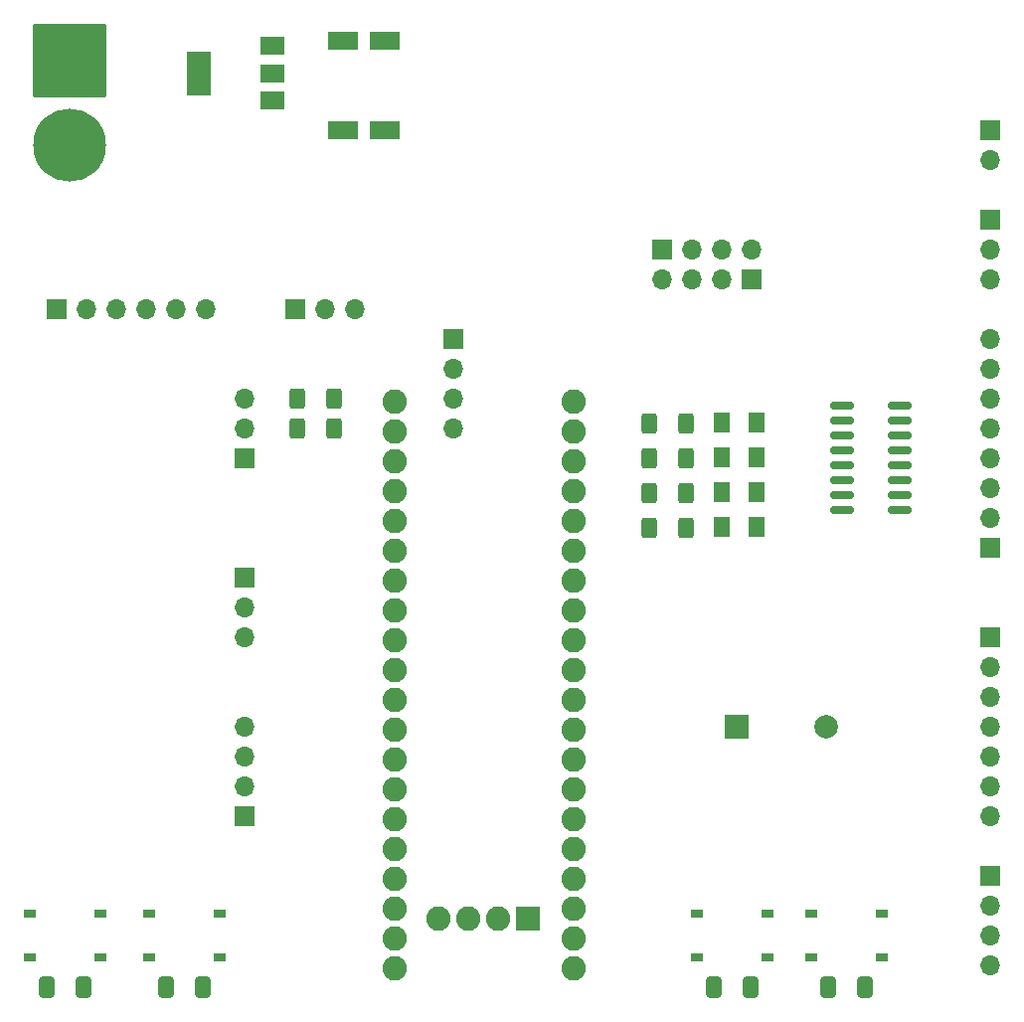
<source format=gbr>
%TF.GenerationSoftware,KiCad,Pcbnew,7.0.10-7.0.10~ubuntu22.04.1*%
%TF.CreationDate,2024-01-15T22:38:42+07:00*%
%TF.ProjectId,PCB_Sensor,5043425f-5365-46e7-936f-722e6b696361,rev?*%
%TF.SameCoordinates,Original*%
%TF.FileFunction,Soldermask,Top*%
%TF.FilePolarity,Negative*%
%FSLAX46Y46*%
G04 Gerber Fmt 4.6, Leading zero omitted, Abs format (unit mm)*
G04 Created by KiCad (PCBNEW 7.0.10-7.0.10~ubuntu22.04.1) date 2024-01-15 22:38:42*
%MOMM*%
%LPD*%
G01*
G04 APERTURE LIST*
G04 Aperture macros list*
%AMRoundRect*
0 Rectangle with rounded corners*
0 $1 Rounding radius*
0 $2 $3 $4 $5 $6 $7 $8 $9 X,Y pos of 4 corners*
0 Add a 4 corners polygon primitive as box body*
4,1,4,$2,$3,$4,$5,$6,$7,$8,$9,$2,$3,0*
0 Add four circle primitives for the rounded corners*
1,1,$1+$1,$2,$3*
1,1,$1+$1,$4,$5*
1,1,$1+$1,$6,$7*
1,1,$1+$1,$8,$9*
0 Add four rect primitives between the rounded corners*
20,1,$1+$1,$2,$3,$4,$5,0*
20,1,$1+$1,$4,$5,$6,$7,0*
20,1,$1+$1,$6,$7,$8,$9,0*
20,1,$1+$1,$8,$9,$2,$3,0*%
G04 Aperture macros list end*
%ADD10R,1.700000X1.700000*%
%ADD11O,1.700000X1.700000*%
%ADD12RoundRect,0.250000X-0.400000X-0.625000X0.400000X-0.625000X0.400000X0.625000X-0.400000X0.625000X0*%
%ADD13C,6.204000*%
%ADD14RoundRect,0.102000X-3.000000X3.000000X-3.000000X-3.000000X3.000000X-3.000000X3.000000X3.000000X0*%
%ADD15R,1.000000X0.750000*%
%ADD16RoundRect,0.250000X-1.050000X-0.550000X1.050000X-0.550000X1.050000X0.550000X-1.050000X0.550000X0*%
%ADD17RoundRect,0.250000X-0.412500X-0.650000X0.412500X-0.650000X0.412500X0.650000X-0.412500X0.650000X0*%
%ADD18R,2.000000X2.000000*%
%ADD19C,2.000000*%
%ADD20R,2.000000X1.500000*%
%ADD21R,2.000000X3.800000*%
%ADD22RoundRect,0.150000X0.825000X0.150000X-0.825000X0.150000X-0.825000X-0.150000X0.825000X-0.150000X0*%
%ADD23RoundRect,0.250001X-0.462499X-0.624999X0.462499X-0.624999X0.462499X0.624999X-0.462499X0.624999X0*%
%ADD24RoundRect,0.250000X0.400000X0.625000X-0.400000X0.625000X-0.400000X-0.625000X0.400000X-0.625000X0*%
%ADD25C,2.082800*%
%ADD26RoundRect,0.101600X0.939800X-0.939800X0.939800X0.939800X-0.939800X0.939800X-0.939800X-0.939800X0*%
G04 APERTURE END LIST*
D10*
%TO.C,J4*%
X157480000Y-40640000D03*
D11*
X157480000Y-43180000D03*
X157480000Y-45720000D03*
%TD*%
D10*
%TO.C,J10*%
X157480000Y-96520000D03*
D11*
X157480000Y-99060000D03*
X157480000Y-101600000D03*
X157480000Y-104140000D03*
%TD*%
D12*
%TO.C,R2*%
X98500000Y-58420000D03*
X101600000Y-58420000D03*
%TD*%
D13*
%TO.C,J6*%
X79060000Y-34320000D03*
D14*
X79060000Y-27120000D03*
%TD*%
D10*
%TO.C,J1*%
X98320000Y-48260000D03*
D11*
X100860000Y-48260000D03*
X103400000Y-48260000D03*
%TD*%
D10*
%TO.C,J5*%
X157480000Y-33020000D03*
D11*
X157480000Y-35560000D03*
%TD*%
D15*
%TO.C,SW4*%
X85900000Y-99725000D03*
X91900000Y-99725000D03*
X85900000Y-103475000D03*
X91900000Y-103475000D03*
%TD*%
%TO.C,SW2*%
X132540000Y-99725000D03*
X138540000Y-99725000D03*
X132540000Y-103475000D03*
X138540000Y-103475000D03*
%TD*%
D16*
%TO.C,C1*%
X102340000Y-25400000D03*
X105940000Y-25400000D03*
%TD*%
D10*
%TO.C,J8*%
X93980000Y-60960000D03*
D11*
X93980000Y-58420000D03*
X93980000Y-55880000D03*
%TD*%
D10*
%TO.C,J2*%
X93980000Y-71120000D03*
D11*
X93980000Y-73660000D03*
X93980000Y-76200000D03*
%TD*%
D17*
%TO.C,C3*%
X143677500Y-106015000D03*
X146802500Y-106015000D03*
%TD*%
D10*
%TO.C,J13*%
X157480000Y-76200000D03*
D11*
X157480000Y-78740000D03*
X157480000Y-81280000D03*
X157480000Y-83820000D03*
X157480000Y-86360000D03*
X157480000Y-88900000D03*
X157480000Y-91440000D03*
%TD*%
D12*
%TO.C,R6*%
X128487500Y-58000000D03*
X131587500Y-58000000D03*
%TD*%
D17*
%TO.C,C4*%
X133977500Y-106015000D03*
X137102500Y-106015000D03*
%TD*%
D10*
%TO.C,J14*%
X137160000Y-45720000D03*
D11*
X134620000Y-45720000D03*
X132080000Y-45720000D03*
X129540000Y-45720000D03*
%TD*%
D10*
%TO.C,J15*%
X129540000Y-43180000D03*
D11*
X132080000Y-43180000D03*
X134620000Y-43180000D03*
X137160000Y-43180000D03*
%TD*%
D18*
%TO.C,BZ1*%
X135900000Y-83820000D03*
D19*
X143500000Y-83820000D03*
%TD*%
D12*
%TO.C,R1*%
X128487500Y-66880000D03*
X131587500Y-66880000D03*
%TD*%
D20*
%TO.C,U2*%
X96390000Y-30480000D03*
X96390000Y-28180000D03*
D21*
X90090000Y-28180000D03*
D20*
X96390000Y-25880000D03*
%TD*%
D10*
%TO.C,J7*%
X111760000Y-50800000D03*
D11*
X111760000Y-53340000D03*
X111760000Y-55880000D03*
X111760000Y-58420000D03*
%TD*%
D10*
%TO.C,J9*%
X93980000Y-91440000D03*
D11*
X93980000Y-88900000D03*
X93980000Y-86360000D03*
X93980000Y-83820000D03*
%TD*%
D12*
%TO.C,R5*%
X128487500Y-60960000D03*
X131587500Y-60960000D03*
%TD*%
D15*
%TO.C,SW3*%
X75740000Y-99725000D03*
X81740000Y-99725000D03*
X75740000Y-103475000D03*
X81740000Y-103475000D03*
%TD*%
D17*
%TO.C,C5*%
X77177500Y-106015000D03*
X80302500Y-106015000D03*
%TD*%
D10*
%TO.C,J11*%
X78000000Y-48260000D03*
D11*
X80540000Y-48260000D03*
X83080000Y-48260000D03*
X85620000Y-48260000D03*
X88160000Y-48260000D03*
X90700000Y-48260000D03*
%TD*%
D16*
%TO.C,C2*%
X102340000Y-33020000D03*
X105940000Y-33020000D03*
%TD*%
D22*
%TO.C,U3*%
X149795000Y-65405000D03*
X149795000Y-64135000D03*
X149795000Y-62865000D03*
X149795000Y-61595000D03*
X149795000Y-60325000D03*
X149795000Y-59055000D03*
X149795000Y-57785000D03*
X149795000Y-56515000D03*
X144845000Y-56515000D03*
X144845000Y-57785000D03*
X144845000Y-59055000D03*
X144845000Y-60325000D03*
X144845000Y-61595000D03*
X144845000Y-62865000D03*
X144845000Y-64135000D03*
X144845000Y-65405000D03*
%TD*%
D12*
%TO.C,R4*%
X128487500Y-63920000D03*
X131587500Y-63920000D03*
%TD*%
D23*
%TO.C,D3*%
X134620000Y-60935000D03*
X137595000Y-60935000D03*
%TD*%
D17*
%TO.C,C6*%
X87337500Y-106015000D03*
X90462500Y-106015000D03*
%TD*%
D23*
%TO.C,D1*%
X134620000Y-66855000D03*
X137595000Y-66855000D03*
%TD*%
D15*
%TO.C,SW1*%
X142240000Y-99725000D03*
X148240000Y-99725000D03*
X142240000Y-103475000D03*
X148240000Y-103475000D03*
%TD*%
D10*
%TO.C,J12*%
X157480000Y-68580000D03*
D11*
X157480000Y-66040000D03*
X157480000Y-63500000D03*
X157480000Y-60960000D03*
X157480000Y-58420000D03*
X157480000Y-55880000D03*
X157480000Y-53340000D03*
X157480000Y-50800000D03*
%TD*%
D23*
%TO.C,D4*%
X134620000Y-57975000D03*
X137595000Y-57975000D03*
%TD*%
D24*
%TO.C,R3*%
X101600000Y-55880000D03*
X98500000Y-55880000D03*
%TD*%
D23*
%TO.C,D2*%
X134620000Y-63895000D03*
X137595000Y-63895000D03*
%TD*%
D25*
%TO.C,U1*%
X122047000Y-56180000D03*
X122047000Y-58720000D03*
X122047000Y-61260000D03*
X122047000Y-63800000D03*
X122047000Y-66340000D03*
X122047000Y-68880000D03*
X122047000Y-71420000D03*
X122047000Y-73960000D03*
X122047000Y-76500000D03*
X122047000Y-79040000D03*
X122047000Y-81580000D03*
X122047000Y-84120000D03*
X122047000Y-86660000D03*
X122047000Y-89200000D03*
X122047000Y-91740000D03*
X122047000Y-94280000D03*
X122047000Y-96820000D03*
X122047000Y-99360000D03*
X122047000Y-101900000D03*
X122047000Y-104440000D03*
X106807000Y-104440000D03*
X106807000Y-101900000D03*
X106807000Y-99360000D03*
X106807000Y-96820000D03*
X106807000Y-94280000D03*
X106807000Y-91740000D03*
X106807000Y-89200000D03*
X106807000Y-86660000D03*
X106807000Y-84120000D03*
X106807000Y-81580000D03*
X106807000Y-79040000D03*
X106807000Y-76500000D03*
X106807000Y-73960000D03*
X106807000Y-71420000D03*
X106807000Y-68880000D03*
X106807000Y-66340000D03*
X106807000Y-63800000D03*
X106807000Y-61260000D03*
X106807000Y-58720000D03*
X106807000Y-56180000D03*
D26*
X118110000Y-100203000D03*
D25*
X115570000Y-100203000D03*
X113030000Y-100203000D03*
X110490000Y-100203000D03*
%TD*%
M02*

</source>
